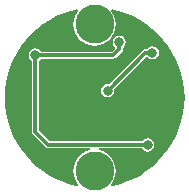
<source format=gbl>
G04*
G04 #@! TF.GenerationSoftware,Altium Limited,Altium Designer,22.11.1 (43)*
G04*
G04 Layer_Physical_Order=2*
G04 Layer_Color=16711680*
%FSLAX25Y25*%
%MOIN*%
G70*
G04*
G04 #@! TF.SameCoordinates,21ABD361-9BD2-418E-A470-0DA88BDA0781*
G04*
G04*
G04 #@! TF.FilePolarity,Positive*
G04*
G01*
G75*
%ADD16C,0.12992*%
%ADD22C,0.01181*%
%ADD23C,0.03150*%
G36*
X-5410Y28988D02*
X-5921Y28366D01*
X-6579Y27134D01*
X-6984Y25799D01*
X-7121Y24409D01*
X-6984Y23020D01*
X-6579Y21684D01*
X-5921Y20453D01*
X-5035Y19374D01*
X-3956Y18489D01*
X-2725Y17831D01*
X-1389Y17425D01*
X0Y17289D01*
X1389Y17425D01*
X2725Y17831D01*
X3956Y18489D01*
X5035Y19374D01*
X5921Y20453D01*
X6579Y21684D01*
X6984Y23020D01*
X7121Y24409D01*
X6984Y25799D01*
X6579Y27134D01*
X5921Y28366D01*
X5410Y28988D01*
X5687Y29438D01*
X7765Y28978D01*
X10261Y28191D01*
X12678Y27189D01*
X15000Y25981D01*
X17207Y24575D01*
X19284Y22981D01*
X21213Y21213D01*
X22981Y19284D01*
X24575Y17207D01*
X25981Y15000D01*
X27189Y12678D01*
X28191Y10261D01*
X28978Y7765D01*
X29544Y5209D01*
X29886Y2615D01*
X30000Y0D01*
X29886Y-2615D01*
X29544Y-5209D01*
X28978Y-7765D01*
X28191Y-10261D01*
X27189Y-12678D01*
X25981Y-15000D01*
X24575Y-17207D01*
X22981Y-19284D01*
X21213Y-21213D01*
X19284Y-22981D01*
X17207Y-24575D01*
X15000Y-25981D01*
X12678Y-27189D01*
X10261Y-28191D01*
X7765Y-28978D01*
X5687Y-29438D01*
X5410Y-28988D01*
X5921Y-28366D01*
X6579Y-27134D01*
X6984Y-25799D01*
X7121Y-24409D01*
X6984Y-23020D01*
X6579Y-21684D01*
X5921Y-20453D01*
X5035Y-19374D01*
X3956Y-18489D01*
X2725Y-17831D01*
X1478Y-17452D01*
X1552Y-16952D01*
X15917D01*
X16155Y-17309D01*
X16872Y-17788D01*
X17717Y-17956D01*
X18561Y-17788D01*
X19278Y-17309D01*
X19756Y-16593D01*
X19924Y-15748D01*
X19756Y-14903D01*
X19278Y-14187D01*
X18561Y-13708D01*
X17717Y-13540D01*
X16872Y-13708D01*
X16155Y-14187D01*
X15917Y-14544D01*
X-14855D01*
X-18481Y-10919D01*
Y12374D01*
X-18124Y12612D01*
X-17886Y12969D01*
X6299D01*
X6299Y12969D01*
X6760Y13061D01*
X7151Y13322D01*
X9115Y15286D01*
X9115Y15286D01*
X9376Y15677D01*
X9468Y16138D01*
X9468Y16138D01*
Y16702D01*
X9829Y16943D01*
X10307Y17659D01*
X10475Y18504D01*
X10307Y19349D01*
X9829Y20065D01*
X9113Y20544D01*
X8268Y20712D01*
X7423Y20544D01*
X6707Y20065D01*
X6228Y19349D01*
X6060Y18504D01*
X6228Y17659D01*
X6707Y16943D01*
X6741Y16318D01*
X5800Y15378D01*
X-17886D01*
X-18124Y15734D01*
X-18840Y16213D01*
X-19685Y16381D01*
X-20530Y16213D01*
X-21246Y15734D01*
X-21725Y15018D01*
X-21893Y14173D01*
X-21725Y13328D01*
X-21246Y12612D01*
X-20889Y12374D01*
Y-11417D01*
X-20889Y-11417D01*
X-20798Y-11878D01*
X-20537Y-12269D01*
X-16206Y-16600D01*
X-16206Y-16600D01*
X-15815Y-16861D01*
X-15354Y-16952D01*
X-1552D01*
X-1478Y-17452D01*
X-2725Y-17831D01*
X-3956Y-18489D01*
X-5035Y-19374D01*
X-5921Y-20453D01*
X-6579Y-21684D01*
X-6984Y-23020D01*
X-7121Y-24409D01*
X-6984Y-25799D01*
X-6579Y-27134D01*
X-5921Y-28366D01*
X-5410Y-28988D01*
X-5687Y-29438D01*
X-7765Y-28978D01*
X-10261Y-28191D01*
X-12678Y-27189D01*
X-15000Y-25981D01*
X-17207Y-24575D01*
X-19284Y-22981D01*
X-21213Y-21213D01*
X-22981Y-19284D01*
X-24575Y-17207D01*
X-25981Y-15000D01*
X-27189Y-12678D01*
X-28191Y-10261D01*
X-28978Y-7765D01*
X-29544Y-5209D01*
X-29886Y-2615D01*
X-30000Y0D01*
X-29886Y2615D01*
X-29544Y5209D01*
X-28978Y7765D01*
X-28191Y10261D01*
X-27189Y12678D01*
X-25981Y15000D01*
X-24575Y17207D01*
X-22981Y19284D01*
X-21213Y21213D01*
X-19284Y22981D01*
X-17207Y24575D01*
X-15000Y25981D01*
X-12678Y27189D01*
X-10261Y28191D01*
X-7765Y28978D01*
X-5687Y29438D01*
X-5410Y28988D01*
D02*
G37*
%LPC*%
G36*
X19291Y17168D02*
X18447Y17000D01*
X17730Y16522D01*
X17492Y16165D01*
X16929D01*
X16468Y16073D01*
X16078Y15812D01*
X4752Y4486D01*
X4331Y4570D01*
X3486Y4402D01*
X2770Y3923D01*
X2291Y3207D01*
X2123Y2362D01*
X2291Y1517D01*
X2770Y801D01*
X3486Y323D01*
X4331Y154D01*
X5176Y323D01*
X5892Y801D01*
X6370Y1517D01*
X6538Y2362D01*
X6455Y2783D01*
X17106Y13434D01*
X17730Y13399D01*
X18447Y12921D01*
X19291Y12753D01*
X20136Y12921D01*
X20853Y13399D01*
X21331Y14116D01*
X21499Y14961D01*
X21331Y15805D01*
X20853Y16522D01*
X20136Y17000D01*
X19291Y17168D01*
D02*
G37*
%LPD*%
D16*
X0Y-24409D02*
D03*
Y24409D02*
D03*
D22*
X4331Y2362D02*
X16929Y14961D01*
X19291D01*
X-19685Y-11417D02*
Y14173D01*
X6299D01*
X-15354Y-15748D02*
X17717D01*
X-19685Y-11417D02*
X-15354Y-15748D01*
X6299Y14173D02*
X8264Y16138D01*
Y18500D02*
X8268Y18504D01*
X8264Y16138D02*
Y18500D01*
D23*
X19291Y14961D02*
D03*
X-19685Y14173D02*
D03*
X4331Y2362D02*
D03*
X17717Y-15748D02*
D03*
X8268Y18504D02*
D03*
M02*

</source>
